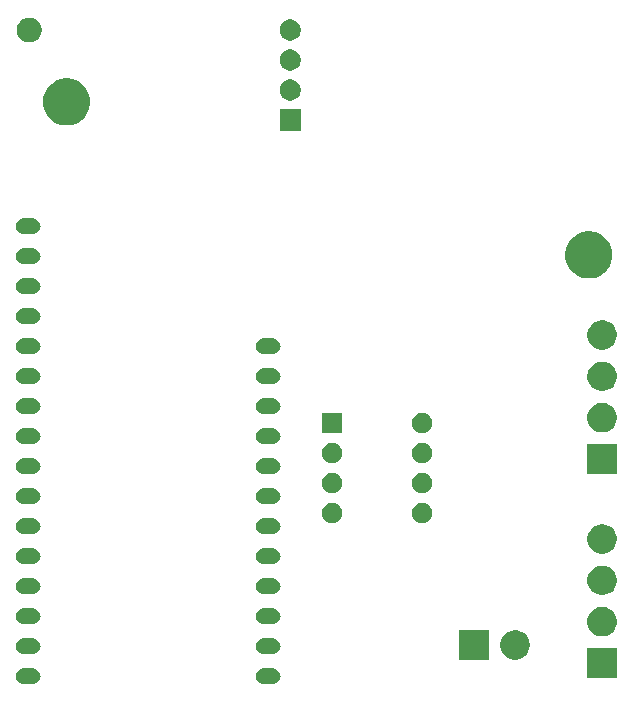
<source format=gbr>
G04 #@! TF.GenerationSoftware,KiCad,Pcbnew,(5.1.5-0-10_14)*
G04 #@! TF.CreationDate,2020-06-30T17:37:43-04:00*
G04 #@! TF.ProjectId,Pinky,50696e6b-792e-46b6-9963-61645f706362,rev?*
G04 #@! TF.SameCoordinates,Original*
G04 #@! TF.FileFunction,Soldermask,Bot*
G04 #@! TF.FilePolarity,Negative*
%FSLAX46Y46*%
G04 Gerber Fmt 4.6, Leading zero omitted, Abs format (unit mm)*
G04 Created by KiCad (PCBNEW (5.1.5-0-10_14)) date 2020-06-30 17:37:43*
%MOMM*%
%LPD*%
G04 APERTURE LIST*
%ADD10C,0.100000*%
G04 APERTURE END LIST*
D10*
G36*
X138043855Y-113996140D02*
G01*
X138107618Y-114002420D01*
X138198404Y-114029960D01*
X138230336Y-114039646D01*
X138343425Y-114100094D01*
X138442554Y-114181446D01*
X138523906Y-114280575D01*
X138584354Y-114393664D01*
X138584355Y-114393668D01*
X138621580Y-114516382D01*
X138634149Y-114644000D01*
X138621580Y-114771618D01*
X138616307Y-114789000D01*
X138584354Y-114894336D01*
X138523906Y-115007425D01*
X138442554Y-115106554D01*
X138343425Y-115187906D01*
X138230336Y-115248354D01*
X138198404Y-115258040D01*
X138107618Y-115285580D01*
X138043855Y-115291860D01*
X138011974Y-115295000D01*
X137148026Y-115295000D01*
X137116145Y-115291860D01*
X137052382Y-115285580D01*
X136961596Y-115258040D01*
X136929664Y-115248354D01*
X136816575Y-115187906D01*
X136717446Y-115106554D01*
X136636094Y-115007425D01*
X136575646Y-114894336D01*
X136543693Y-114789000D01*
X136538420Y-114771618D01*
X136525851Y-114644000D01*
X136538420Y-114516382D01*
X136575645Y-114393668D01*
X136575646Y-114393664D01*
X136636094Y-114280575D01*
X136717446Y-114181446D01*
X136816575Y-114100094D01*
X136929664Y-114039646D01*
X136961596Y-114029960D01*
X137052382Y-114002420D01*
X137116145Y-113996140D01*
X137148026Y-113993000D01*
X138011974Y-113993000D01*
X138043855Y-113996140D01*
G37*
G36*
X117723855Y-113996140D02*
G01*
X117787618Y-114002420D01*
X117878404Y-114029960D01*
X117910336Y-114039646D01*
X118023425Y-114100094D01*
X118122554Y-114181446D01*
X118203906Y-114280575D01*
X118264354Y-114393664D01*
X118264355Y-114393668D01*
X118301580Y-114516382D01*
X118314149Y-114644000D01*
X118301580Y-114771618D01*
X118296307Y-114789000D01*
X118264354Y-114894336D01*
X118203906Y-115007425D01*
X118122554Y-115106554D01*
X118023425Y-115187906D01*
X117910336Y-115248354D01*
X117878404Y-115258040D01*
X117787618Y-115285580D01*
X117723855Y-115291860D01*
X117691974Y-115295000D01*
X116828026Y-115295000D01*
X116796145Y-115291860D01*
X116732382Y-115285580D01*
X116641596Y-115258040D01*
X116609664Y-115248354D01*
X116496575Y-115187906D01*
X116397446Y-115106554D01*
X116316094Y-115007425D01*
X116255646Y-114894336D01*
X116223693Y-114789000D01*
X116218420Y-114771618D01*
X116205851Y-114644000D01*
X116218420Y-114516382D01*
X116255645Y-114393668D01*
X116255646Y-114393664D01*
X116316094Y-114280575D01*
X116397446Y-114181446D01*
X116496575Y-114100094D01*
X116609664Y-114039646D01*
X116641596Y-114029960D01*
X116732382Y-114002420D01*
X116796145Y-113996140D01*
X116828026Y-113993000D01*
X117691974Y-113993000D01*
X117723855Y-113996140D01*
G37*
G36*
X167113000Y-114789000D02*
G01*
X164611000Y-114789000D01*
X164611000Y-112287000D01*
X167113000Y-112287000D01*
X167113000Y-114789000D01*
G37*
G36*
X156247000Y-113265000D02*
G01*
X153745000Y-113265000D01*
X153745000Y-110763000D01*
X156247000Y-110763000D01*
X156247000Y-113265000D01*
G37*
G36*
X158860903Y-110811075D02*
G01*
X159088571Y-110905378D01*
X159293466Y-111042285D01*
X159467715Y-111216534D01*
X159516135Y-111289000D01*
X159604623Y-111421431D01*
X159662059Y-111560094D01*
X159698925Y-111649097D01*
X159747000Y-111890787D01*
X159747000Y-112137213D01*
X159698925Y-112378903D01*
X159604622Y-112606571D01*
X159467715Y-112811466D01*
X159293466Y-112985715D01*
X159088571Y-113122622D01*
X159088570Y-113122623D01*
X159088569Y-113122623D01*
X158860903Y-113216925D01*
X158619214Y-113265000D01*
X158372786Y-113265000D01*
X158131097Y-113216925D01*
X157903431Y-113122623D01*
X157903430Y-113122623D01*
X157903429Y-113122622D01*
X157698534Y-112985715D01*
X157524285Y-112811466D01*
X157387378Y-112606571D01*
X157293075Y-112378903D01*
X157245000Y-112137213D01*
X157245000Y-111890787D01*
X157293075Y-111649097D01*
X157329941Y-111560094D01*
X157387377Y-111421431D01*
X157475865Y-111289000D01*
X157524285Y-111216534D01*
X157698534Y-111042285D01*
X157903429Y-110905378D01*
X158131097Y-110811075D01*
X158372786Y-110763000D01*
X158619214Y-110763000D01*
X158860903Y-110811075D01*
G37*
G36*
X138043855Y-111456140D02*
G01*
X138107618Y-111462420D01*
X138198404Y-111489960D01*
X138230336Y-111499646D01*
X138343425Y-111560094D01*
X138442554Y-111641446D01*
X138523906Y-111740575D01*
X138584354Y-111853664D01*
X138584355Y-111853668D01*
X138621580Y-111976382D01*
X138634149Y-112104000D01*
X138621580Y-112231618D01*
X138604780Y-112287000D01*
X138584354Y-112354336D01*
X138523906Y-112467425D01*
X138442554Y-112566554D01*
X138343425Y-112647906D01*
X138230336Y-112708354D01*
X138198404Y-112718040D01*
X138107618Y-112745580D01*
X138043855Y-112751860D01*
X138011974Y-112755000D01*
X137148026Y-112755000D01*
X137116145Y-112751860D01*
X137052382Y-112745580D01*
X136961596Y-112718040D01*
X136929664Y-112708354D01*
X136816575Y-112647906D01*
X136717446Y-112566554D01*
X136636094Y-112467425D01*
X136575646Y-112354336D01*
X136555220Y-112287000D01*
X136538420Y-112231618D01*
X136525851Y-112104000D01*
X136538420Y-111976382D01*
X136575645Y-111853668D01*
X136575646Y-111853664D01*
X136636094Y-111740575D01*
X136717446Y-111641446D01*
X136816575Y-111560094D01*
X136929664Y-111499646D01*
X136961596Y-111489960D01*
X137052382Y-111462420D01*
X137116145Y-111456140D01*
X137148026Y-111453000D01*
X138011974Y-111453000D01*
X138043855Y-111456140D01*
G37*
G36*
X117723855Y-111456140D02*
G01*
X117787618Y-111462420D01*
X117878404Y-111489960D01*
X117910336Y-111499646D01*
X118023425Y-111560094D01*
X118122554Y-111641446D01*
X118203906Y-111740575D01*
X118264354Y-111853664D01*
X118264355Y-111853668D01*
X118301580Y-111976382D01*
X118314149Y-112104000D01*
X118301580Y-112231618D01*
X118284780Y-112287000D01*
X118264354Y-112354336D01*
X118203906Y-112467425D01*
X118122554Y-112566554D01*
X118023425Y-112647906D01*
X117910336Y-112708354D01*
X117878404Y-112718040D01*
X117787618Y-112745580D01*
X117723855Y-112751860D01*
X117691974Y-112755000D01*
X116828026Y-112755000D01*
X116796145Y-112751860D01*
X116732382Y-112745580D01*
X116641596Y-112718040D01*
X116609664Y-112708354D01*
X116496575Y-112647906D01*
X116397446Y-112566554D01*
X116316094Y-112467425D01*
X116255646Y-112354336D01*
X116235220Y-112287000D01*
X116218420Y-112231618D01*
X116205851Y-112104000D01*
X116218420Y-111976382D01*
X116255645Y-111853668D01*
X116255646Y-111853664D01*
X116316094Y-111740575D01*
X116397446Y-111641446D01*
X116496575Y-111560094D01*
X116609664Y-111499646D01*
X116641596Y-111489960D01*
X116732382Y-111462420D01*
X116796145Y-111456140D01*
X116828026Y-111453000D01*
X117691974Y-111453000D01*
X117723855Y-111456140D01*
G37*
G36*
X166226903Y-108835075D02*
G01*
X166454571Y-108929378D01*
X166659466Y-109066285D01*
X166833715Y-109240534D01*
X166964577Y-109436382D01*
X166970623Y-109445431D01*
X167064925Y-109673097D01*
X167113000Y-109914786D01*
X167113000Y-110161214D01*
X167104175Y-110205580D01*
X167064925Y-110402903D01*
X166970622Y-110630571D01*
X166833715Y-110835466D01*
X166659466Y-111009715D01*
X166454571Y-111146622D01*
X166454570Y-111146623D01*
X166454569Y-111146623D01*
X166226903Y-111240925D01*
X165985214Y-111289000D01*
X165738786Y-111289000D01*
X165497097Y-111240925D01*
X165269431Y-111146623D01*
X165269430Y-111146623D01*
X165269429Y-111146622D01*
X165064534Y-111009715D01*
X164890285Y-110835466D01*
X164753378Y-110630571D01*
X164659075Y-110402903D01*
X164619825Y-110205580D01*
X164611000Y-110161214D01*
X164611000Y-109914786D01*
X164659075Y-109673097D01*
X164753377Y-109445431D01*
X164759423Y-109436382D01*
X164890285Y-109240534D01*
X165064534Y-109066285D01*
X165269429Y-108929378D01*
X165497097Y-108835075D01*
X165738786Y-108787000D01*
X165985214Y-108787000D01*
X166226903Y-108835075D01*
G37*
G36*
X138043855Y-108916140D02*
G01*
X138107618Y-108922420D01*
X138198404Y-108949960D01*
X138230336Y-108959646D01*
X138343425Y-109020094D01*
X138442554Y-109101446D01*
X138523906Y-109200575D01*
X138584354Y-109313664D01*
X138584355Y-109313668D01*
X138621580Y-109436382D01*
X138634149Y-109564000D01*
X138621580Y-109691618D01*
X138594040Y-109782404D01*
X138584354Y-109814336D01*
X138523906Y-109927425D01*
X138442554Y-110026554D01*
X138343425Y-110107906D01*
X138230336Y-110168354D01*
X138198404Y-110178040D01*
X138107618Y-110205580D01*
X138043855Y-110211860D01*
X138011974Y-110215000D01*
X137148026Y-110215000D01*
X137116145Y-110211860D01*
X137052382Y-110205580D01*
X136961596Y-110178040D01*
X136929664Y-110168354D01*
X136816575Y-110107906D01*
X136717446Y-110026554D01*
X136636094Y-109927425D01*
X136575646Y-109814336D01*
X136565960Y-109782404D01*
X136538420Y-109691618D01*
X136525851Y-109564000D01*
X136538420Y-109436382D01*
X136575645Y-109313668D01*
X136575646Y-109313664D01*
X136636094Y-109200575D01*
X136717446Y-109101446D01*
X136816575Y-109020094D01*
X136929664Y-108959646D01*
X136961596Y-108949960D01*
X137052382Y-108922420D01*
X137116145Y-108916140D01*
X137148026Y-108913000D01*
X138011974Y-108913000D01*
X138043855Y-108916140D01*
G37*
G36*
X117723855Y-108916140D02*
G01*
X117787618Y-108922420D01*
X117878404Y-108949960D01*
X117910336Y-108959646D01*
X118023425Y-109020094D01*
X118122554Y-109101446D01*
X118203906Y-109200575D01*
X118264354Y-109313664D01*
X118264355Y-109313668D01*
X118301580Y-109436382D01*
X118314149Y-109564000D01*
X118301580Y-109691618D01*
X118274040Y-109782404D01*
X118264354Y-109814336D01*
X118203906Y-109927425D01*
X118122554Y-110026554D01*
X118023425Y-110107906D01*
X117910336Y-110168354D01*
X117878404Y-110178040D01*
X117787618Y-110205580D01*
X117723855Y-110211860D01*
X117691974Y-110215000D01*
X116828026Y-110215000D01*
X116796145Y-110211860D01*
X116732382Y-110205580D01*
X116641596Y-110178040D01*
X116609664Y-110168354D01*
X116496575Y-110107906D01*
X116397446Y-110026554D01*
X116316094Y-109927425D01*
X116255646Y-109814336D01*
X116245960Y-109782404D01*
X116218420Y-109691618D01*
X116205851Y-109564000D01*
X116218420Y-109436382D01*
X116255645Y-109313668D01*
X116255646Y-109313664D01*
X116316094Y-109200575D01*
X116397446Y-109101446D01*
X116496575Y-109020094D01*
X116609664Y-108959646D01*
X116641596Y-108949960D01*
X116732382Y-108922420D01*
X116796145Y-108916140D01*
X116828026Y-108913000D01*
X117691974Y-108913000D01*
X117723855Y-108916140D01*
G37*
G36*
X166226903Y-105335075D02*
G01*
X166454571Y-105429378D01*
X166659466Y-105566285D01*
X166833715Y-105740534D01*
X166970622Y-105945429D01*
X167064925Y-106173097D01*
X167113000Y-106414787D01*
X167113000Y-106661213D01*
X167064925Y-106902903D01*
X166970622Y-107130571D01*
X166833715Y-107335466D01*
X166659466Y-107509715D01*
X166454571Y-107646622D01*
X166454570Y-107646623D01*
X166454569Y-107646623D01*
X166226903Y-107740925D01*
X165985214Y-107789000D01*
X165738786Y-107789000D01*
X165497097Y-107740925D01*
X165269431Y-107646623D01*
X165269430Y-107646623D01*
X165269429Y-107646622D01*
X165064534Y-107509715D01*
X164890285Y-107335466D01*
X164753378Y-107130571D01*
X164659075Y-106902903D01*
X164611000Y-106661213D01*
X164611000Y-106414787D01*
X164659075Y-106173097D01*
X164753378Y-105945429D01*
X164890285Y-105740534D01*
X165064534Y-105566285D01*
X165269429Y-105429378D01*
X165497097Y-105335075D01*
X165738786Y-105287000D01*
X165985214Y-105287000D01*
X166226903Y-105335075D01*
G37*
G36*
X138043855Y-106376140D02*
G01*
X138107618Y-106382420D01*
X138198404Y-106409960D01*
X138230336Y-106419646D01*
X138343425Y-106480094D01*
X138442554Y-106561446D01*
X138523906Y-106660575D01*
X138584354Y-106773664D01*
X138584355Y-106773668D01*
X138621580Y-106896382D01*
X138634149Y-107024000D01*
X138621580Y-107151618D01*
X138594040Y-107242404D01*
X138584354Y-107274336D01*
X138523906Y-107387425D01*
X138442554Y-107486554D01*
X138343425Y-107567906D01*
X138230336Y-107628354D01*
X138198404Y-107638040D01*
X138107618Y-107665580D01*
X138043855Y-107671860D01*
X138011974Y-107675000D01*
X137148026Y-107675000D01*
X137116145Y-107671860D01*
X137052382Y-107665580D01*
X136961596Y-107638040D01*
X136929664Y-107628354D01*
X136816575Y-107567906D01*
X136717446Y-107486554D01*
X136636094Y-107387425D01*
X136575646Y-107274336D01*
X136565960Y-107242404D01*
X136538420Y-107151618D01*
X136525851Y-107024000D01*
X136538420Y-106896382D01*
X136575645Y-106773668D01*
X136575646Y-106773664D01*
X136636094Y-106660575D01*
X136717446Y-106561446D01*
X136816575Y-106480094D01*
X136929664Y-106419646D01*
X136961596Y-106409960D01*
X137052382Y-106382420D01*
X137116145Y-106376140D01*
X137148026Y-106373000D01*
X138011974Y-106373000D01*
X138043855Y-106376140D01*
G37*
G36*
X117723855Y-106376140D02*
G01*
X117787618Y-106382420D01*
X117878404Y-106409960D01*
X117910336Y-106419646D01*
X118023425Y-106480094D01*
X118122554Y-106561446D01*
X118203906Y-106660575D01*
X118264354Y-106773664D01*
X118264355Y-106773668D01*
X118301580Y-106896382D01*
X118314149Y-107024000D01*
X118301580Y-107151618D01*
X118274040Y-107242404D01*
X118264354Y-107274336D01*
X118203906Y-107387425D01*
X118122554Y-107486554D01*
X118023425Y-107567906D01*
X117910336Y-107628354D01*
X117878404Y-107638040D01*
X117787618Y-107665580D01*
X117723855Y-107671860D01*
X117691974Y-107675000D01*
X116828026Y-107675000D01*
X116796145Y-107671860D01*
X116732382Y-107665580D01*
X116641596Y-107638040D01*
X116609664Y-107628354D01*
X116496575Y-107567906D01*
X116397446Y-107486554D01*
X116316094Y-107387425D01*
X116255646Y-107274336D01*
X116245960Y-107242404D01*
X116218420Y-107151618D01*
X116205851Y-107024000D01*
X116218420Y-106896382D01*
X116255645Y-106773668D01*
X116255646Y-106773664D01*
X116316094Y-106660575D01*
X116397446Y-106561446D01*
X116496575Y-106480094D01*
X116609664Y-106419646D01*
X116641596Y-106409960D01*
X116732382Y-106382420D01*
X116796145Y-106376140D01*
X116828026Y-106373000D01*
X117691974Y-106373000D01*
X117723855Y-106376140D01*
G37*
G36*
X138036991Y-103835464D02*
G01*
X138107618Y-103842420D01*
X138198404Y-103869960D01*
X138230336Y-103879646D01*
X138343425Y-103940094D01*
X138442554Y-104021446D01*
X138523906Y-104120575D01*
X138584354Y-104233664D01*
X138594040Y-104265596D01*
X138621580Y-104356382D01*
X138634149Y-104484000D01*
X138621580Y-104611618D01*
X138594040Y-104702404D01*
X138584354Y-104734336D01*
X138523906Y-104847425D01*
X138442554Y-104946554D01*
X138343425Y-105027906D01*
X138230336Y-105088354D01*
X138198404Y-105098040D01*
X138107618Y-105125580D01*
X138043855Y-105131860D01*
X138011974Y-105135000D01*
X137148026Y-105135000D01*
X137116145Y-105131860D01*
X137052382Y-105125580D01*
X136961596Y-105098040D01*
X136929664Y-105088354D01*
X136816575Y-105027906D01*
X136717446Y-104946554D01*
X136636094Y-104847425D01*
X136575646Y-104734336D01*
X136565960Y-104702404D01*
X136538420Y-104611618D01*
X136525851Y-104484000D01*
X136538420Y-104356382D01*
X136565960Y-104265596D01*
X136575646Y-104233664D01*
X136636094Y-104120575D01*
X136717446Y-104021446D01*
X136816575Y-103940094D01*
X136929664Y-103879646D01*
X136961596Y-103869960D01*
X137052382Y-103842420D01*
X137123009Y-103835464D01*
X137148026Y-103833000D01*
X138011974Y-103833000D01*
X138036991Y-103835464D01*
G37*
G36*
X117716991Y-103835464D02*
G01*
X117787618Y-103842420D01*
X117878404Y-103869960D01*
X117910336Y-103879646D01*
X118023425Y-103940094D01*
X118122554Y-104021446D01*
X118203906Y-104120575D01*
X118264354Y-104233664D01*
X118274040Y-104265596D01*
X118301580Y-104356382D01*
X118314149Y-104484000D01*
X118301580Y-104611618D01*
X118274040Y-104702404D01*
X118264354Y-104734336D01*
X118203906Y-104847425D01*
X118122554Y-104946554D01*
X118023425Y-105027906D01*
X117910336Y-105088354D01*
X117878404Y-105098040D01*
X117787618Y-105125580D01*
X117723855Y-105131860D01*
X117691974Y-105135000D01*
X116828026Y-105135000D01*
X116796145Y-105131860D01*
X116732382Y-105125580D01*
X116641596Y-105098040D01*
X116609664Y-105088354D01*
X116496575Y-105027906D01*
X116397446Y-104946554D01*
X116316094Y-104847425D01*
X116255646Y-104734336D01*
X116245960Y-104702404D01*
X116218420Y-104611618D01*
X116205851Y-104484000D01*
X116218420Y-104356382D01*
X116245960Y-104265596D01*
X116255646Y-104233664D01*
X116316094Y-104120575D01*
X116397446Y-104021446D01*
X116496575Y-103940094D01*
X116609664Y-103879646D01*
X116641596Y-103869960D01*
X116732382Y-103842420D01*
X116803009Y-103835464D01*
X116828026Y-103833000D01*
X117691974Y-103833000D01*
X117716991Y-103835464D01*
G37*
G36*
X166132927Y-101816382D02*
G01*
X166226903Y-101835075D01*
X166454571Y-101929378D01*
X166659466Y-102066285D01*
X166833715Y-102240534D01*
X166970622Y-102445429D01*
X167064925Y-102673097D01*
X167113000Y-102914787D01*
X167113000Y-103161213D01*
X167064925Y-103402903D01*
X166970622Y-103630571D01*
X166833715Y-103835466D01*
X166659466Y-104009715D01*
X166454571Y-104146622D01*
X166454570Y-104146623D01*
X166454569Y-104146623D01*
X166226903Y-104240925D01*
X165985214Y-104289000D01*
X165738786Y-104289000D01*
X165497097Y-104240925D01*
X165269431Y-104146623D01*
X165269430Y-104146623D01*
X165269429Y-104146622D01*
X165064534Y-104009715D01*
X164890285Y-103835466D01*
X164753378Y-103630571D01*
X164659075Y-103402903D01*
X164611000Y-103161213D01*
X164611000Y-102914787D01*
X164659075Y-102673097D01*
X164753378Y-102445429D01*
X164890285Y-102240534D01*
X165064534Y-102066285D01*
X165269429Y-101929378D01*
X165497097Y-101835075D01*
X165591073Y-101816382D01*
X165738786Y-101787000D01*
X165985214Y-101787000D01*
X166132927Y-101816382D01*
G37*
G36*
X117723855Y-101296140D02*
G01*
X117787618Y-101302420D01*
X117878404Y-101329960D01*
X117910336Y-101339646D01*
X118023425Y-101400094D01*
X118122554Y-101481446D01*
X118203906Y-101580575D01*
X118264354Y-101693664D01*
X118264355Y-101693668D01*
X118301580Y-101816382D01*
X118314149Y-101944000D01*
X118301580Y-102071618D01*
X118274040Y-102162404D01*
X118264354Y-102194336D01*
X118203906Y-102307425D01*
X118122554Y-102406554D01*
X118023425Y-102487906D01*
X117910336Y-102548354D01*
X117878404Y-102558040D01*
X117787618Y-102585580D01*
X117723855Y-102591860D01*
X117691974Y-102595000D01*
X116828026Y-102595000D01*
X116796145Y-102591860D01*
X116732382Y-102585580D01*
X116641596Y-102558040D01*
X116609664Y-102548354D01*
X116496575Y-102487906D01*
X116397446Y-102406554D01*
X116316094Y-102307425D01*
X116255646Y-102194336D01*
X116245960Y-102162404D01*
X116218420Y-102071618D01*
X116205851Y-101944000D01*
X116218420Y-101816382D01*
X116255645Y-101693668D01*
X116255646Y-101693664D01*
X116316094Y-101580575D01*
X116397446Y-101481446D01*
X116496575Y-101400094D01*
X116609664Y-101339646D01*
X116641596Y-101329960D01*
X116732382Y-101302420D01*
X116796145Y-101296140D01*
X116828026Y-101293000D01*
X117691974Y-101293000D01*
X117723855Y-101296140D01*
G37*
G36*
X138043855Y-101296140D02*
G01*
X138107618Y-101302420D01*
X138198404Y-101329960D01*
X138230336Y-101339646D01*
X138343425Y-101400094D01*
X138442554Y-101481446D01*
X138523906Y-101580575D01*
X138584354Y-101693664D01*
X138584355Y-101693668D01*
X138621580Y-101816382D01*
X138634149Y-101944000D01*
X138621580Y-102071618D01*
X138594040Y-102162404D01*
X138584354Y-102194336D01*
X138523906Y-102307425D01*
X138442554Y-102406554D01*
X138343425Y-102487906D01*
X138230336Y-102548354D01*
X138198404Y-102558040D01*
X138107618Y-102585580D01*
X138043855Y-102591860D01*
X138011974Y-102595000D01*
X137148026Y-102595000D01*
X137116145Y-102591860D01*
X137052382Y-102585580D01*
X136961596Y-102558040D01*
X136929664Y-102548354D01*
X136816575Y-102487906D01*
X136717446Y-102406554D01*
X136636094Y-102307425D01*
X136575646Y-102194336D01*
X136565960Y-102162404D01*
X136538420Y-102071618D01*
X136525851Y-101944000D01*
X136538420Y-101816382D01*
X136575645Y-101693668D01*
X136575646Y-101693664D01*
X136636094Y-101580575D01*
X136717446Y-101481446D01*
X136816575Y-101400094D01*
X136929664Y-101339646D01*
X136961596Y-101329960D01*
X137052382Y-101302420D01*
X137116145Y-101296140D01*
X137148026Y-101293000D01*
X138011974Y-101293000D01*
X138043855Y-101296140D01*
G37*
G36*
X150870228Y-100019703D02*
G01*
X151025100Y-100083853D01*
X151164481Y-100176985D01*
X151283015Y-100295519D01*
X151376147Y-100434900D01*
X151440297Y-100589772D01*
X151473000Y-100754184D01*
X151473000Y-100921816D01*
X151440297Y-101086228D01*
X151376147Y-101241100D01*
X151283015Y-101380481D01*
X151164481Y-101499015D01*
X151025100Y-101592147D01*
X150870228Y-101656297D01*
X150705816Y-101689000D01*
X150538184Y-101689000D01*
X150373772Y-101656297D01*
X150218900Y-101592147D01*
X150079519Y-101499015D01*
X149960985Y-101380481D01*
X149867853Y-101241100D01*
X149803703Y-101086228D01*
X149771000Y-100921816D01*
X149771000Y-100754184D01*
X149803703Y-100589772D01*
X149867853Y-100434900D01*
X149960985Y-100295519D01*
X150079519Y-100176985D01*
X150218900Y-100083853D01*
X150373772Y-100019703D01*
X150538184Y-99987000D01*
X150705816Y-99987000D01*
X150870228Y-100019703D01*
G37*
G36*
X143250228Y-100019703D02*
G01*
X143405100Y-100083853D01*
X143544481Y-100176985D01*
X143663015Y-100295519D01*
X143756147Y-100434900D01*
X143820297Y-100589772D01*
X143853000Y-100754184D01*
X143853000Y-100921816D01*
X143820297Y-101086228D01*
X143756147Y-101241100D01*
X143663015Y-101380481D01*
X143544481Y-101499015D01*
X143405100Y-101592147D01*
X143250228Y-101656297D01*
X143085816Y-101689000D01*
X142918184Y-101689000D01*
X142753772Y-101656297D01*
X142598900Y-101592147D01*
X142459519Y-101499015D01*
X142340985Y-101380481D01*
X142247853Y-101241100D01*
X142183703Y-101086228D01*
X142151000Y-100921816D01*
X142151000Y-100754184D01*
X142183703Y-100589772D01*
X142247853Y-100434900D01*
X142340985Y-100295519D01*
X142459519Y-100176985D01*
X142598900Y-100083853D01*
X142753772Y-100019703D01*
X142918184Y-99987000D01*
X143085816Y-99987000D01*
X143250228Y-100019703D01*
G37*
G36*
X117723855Y-98756140D02*
G01*
X117787618Y-98762420D01*
X117878404Y-98789960D01*
X117910336Y-98799646D01*
X118023425Y-98860094D01*
X118122554Y-98941446D01*
X118203906Y-99040575D01*
X118264354Y-99153664D01*
X118264355Y-99153668D01*
X118301580Y-99276382D01*
X118314149Y-99404000D01*
X118301580Y-99531618D01*
X118274040Y-99622404D01*
X118264354Y-99654336D01*
X118203906Y-99767425D01*
X118122554Y-99866554D01*
X118023425Y-99947906D01*
X117910336Y-100008354D01*
X117878404Y-100018040D01*
X117787618Y-100045580D01*
X117723855Y-100051860D01*
X117691974Y-100055000D01*
X116828026Y-100055000D01*
X116796145Y-100051860D01*
X116732382Y-100045580D01*
X116641596Y-100018040D01*
X116609664Y-100008354D01*
X116496575Y-99947906D01*
X116397446Y-99866554D01*
X116316094Y-99767425D01*
X116255646Y-99654336D01*
X116245960Y-99622404D01*
X116218420Y-99531618D01*
X116205851Y-99404000D01*
X116218420Y-99276382D01*
X116255645Y-99153668D01*
X116255646Y-99153664D01*
X116316094Y-99040575D01*
X116397446Y-98941446D01*
X116496575Y-98860094D01*
X116609664Y-98799646D01*
X116641596Y-98789960D01*
X116732382Y-98762420D01*
X116796145Y-98756140D01*
X116828026Y-98753000D01*
X117691974Y-98753000D01*
X117723855Y-98756140D01*
G37*
G36*
X138043855Y-98756140D02*
G01*
X138107618Y-98762420D01*
X138198404Y-98789960D01*
X138230336Y-98799646D01*
X138343425Y-98860094D01*
X138442554Y-98941446D01*
X138523906Y-99040575D01*
X138584354Y-99153664D01*
X138584355Y-99153668D01*
X138621580Y-99276382D01*
X138634149Y-99404000D01*
X138621580Y-99531618D01*
X138594040Y-99622404D01*
X138584354Y-99654336D01*
X138523906Y-99767425D01*
X138442554Y-99866554D01*
X138343425Y-99947906D01*
X138230336Y-100008354D01*
X138198404Y-100018040D01*
X138107618Y-100045580D01*
X138043855Y-100051860D01*
X138011974Y-100055000D01*
X137148026Y-100055000D01*
X137116145Y-100051860D01*
X137052382Y-100045580D01*
X136961596Y-100018040D01*
X136929664Y-100008354D01*
X136816575Y-99947906D01*
X136717446Y-99866554D01*
X136636094Y-99767425D01*
X136575646Y-99654336D01*
X136565960Y-99622404D01*
X136538420Y-99531618D01*
X136525851Y-99404000D01*
X136538420Y-99276382D01*
X136575645Y-99153668D01*
X136575646Y-99153664D01*
X136636094Y-99040575D01*
X136717446Y-98941446D01*
X136816575Y-98860094D01*
X136929664Y-98799646D01*
X136961596Y-98789960D01*
X137052382Y-98762420D01*
X137116145Y-98756140D01*
X137148026Y-98753000D01*
X138011974Y-98753000D01*
X138043855Y-98756140D01*
G37*
G36*
X143250228Y-97479703D02*
G01*
X143405100Y-97543853D01*
X143544481Y-97636985D01*
X143663015Y-97755519D01*
X143756147Y-97894900D01*
X143820297Y-98049772D01*
X143853000Y-98214184D01*
X143853000Y-98381816D01*
X143820297Y-98546228D01*
X143756147Y-98701100D01*
X143663015Y-98840481D01*
X143544481Y-98959015D01*
X143405100Y-99052147D01*
X143250228Y-99116297D01*
X143085816Y-99149000D01*
X142918184Y-99149000D01*
X142753772Y-99116297D01*
X142598900Y-99052147D01*
X142459519Y-98959015D01*
X142340985Y-98840481D01*
X142247853Y-98701100D01*
X142183703Y-98546228D01*
X142151000Y-98381816D01*
X142151000Y-98214184D01*
X142183703Y-98049772D01*
X142247853Y-97894900D01*
X142340985Y-97755519D01*
X142459519Y-97636985D01*
X142598900Y-97543853D01*
X142753772Y-97479703D01*
X142918184Y-97447000D01*
X143085816Y-97447000D01*
X143250228Y-97479703D01*
G37*
G36*
X150870228Y-97479703D02*
G01*
X151025100Y-97543853D01*
X151164481Y-97636985D01*
X151283015Y-97755519D01*
X151376147Y-97894900D01*
X151440297Y-98049772D01*
X151473000Y-98214184D01*
X151473000Y-98381816D01*
X151440297Y-98546228D01*
X151376147Y-98701100D01*
X151283015Y-98840481D01*
X151164481Y-98959015D01*
X151025100Y-99052147D01*
X150870228Y-99116297D01*
X150705816Y-99149000D01*
X150538184Y-99149000D01*
X150373772Y-99116297D01*
X150218900Y-99052147D01*
X150079519Y-98959015D01*
X149960985Y-98840481D01*
X149867853Y-98701100D01*
X149803703Y-98546228D01*
X149771000Y-98381816D01*
X149771000Y-98214184D01*
X149803703Y-98049772D01*
X149867853Y-97894900D01*
X149960985Y-97755519D01*
X150079519Y-97636985D01*
X150218900Y-97543853D01*
X150373772Y-97479703D01*
X150538184Y-97447000D01*
X150705816Y-97447000D01*
X150870228Y-97479703D01*
G37*
G36*
X167113000Y-97517000D02*
G01*
X164611000Y-97517000D01*
X164611000Y-95015000D01*
X167113000Y-95015000D01*
X167113000Y-97517000D01*
G37*
G36*
X138043855Y-96216140D02*
G01*
X138107618Y-96222420D01*
X138198404Y-96249960D01*
X138230336Y-96259646D01*
X138343425Y-96320094D01*
X138442554Y-96401446D01*
X138523906Y-96500575D01*
X138584354Y-96613664D01*
X138584355Y-96613668D01*
X138621580Y-96736382D01*
X138634149Y-96864000D01*
X138621580Y-96991618D01*
X138594040Y-97082404D01*
X138584354Y-97114336D01*
X138523906Y-97227425D01*
X138442554Y-97326554D01*
X138343425Y-97407906D01*
X138230336Y-97468354D01*
X138198404Y-97478040D01*
X138107618Y-97505580D01*
X138043855Y-97511860D01*
X138011974Y-97515000D01*
X137148026Y-97515000D01*
X137116145Y-97511860D01*
X137052382Y-97505580D01*
X136961596Y-97478040D01*
X136929664Y-97468354D01*
X136816575Y-97407906D01*
X136717446Y-97326554D01*
X136636094Y-97227425D01*
X136575646Y-97114336D01*
X136565960Y-97082404D01*
X136538420Y-96991618D01*
X136525851Y-96864000D01*
X136538420Y-96736382D01*
X136575645Y-96613668D01*
X136575646Y-96613664D01*
X136636094Y-96500575D01*
X136717446Y-96401446D01*
X136816575Y-96320094D01*
X136929664Y-96259646D01*
X136961596Y-96249960D01*
X137052382Y-96222420D01*
X137116145Y-96216140D01*
X137148026Y-96213000D01*
X138011974Y-96213000D01*
X138043855Y-96216140D01*
G37*
G36*
X117723855Y-96216140D02*
G01*
X117787618Y-96222420D01*
X117878404Y-96249960D01*
X117910336Y-96259646D01*
X118023425Y-96320094D01*
X118122554Y-96401446D01*
X118203906Y-96500575D01*
X118264354Y-96613664D01*
X118264355Y-96613668D01*
X118301580Y-96736382D01*
X118314149Y-96864000D01*
X118301580Y-96991618D01*
X118274040Y-97082404D01*
X118264354Y-97114336D01*
X118203906Y-97227425D01*
X118122554Y-97326554D01*
X118023425Y-97407906D01*
X117910336Y-97468354D01*
X117878404Y-97478040D01*
X117787618Y-97505580D01*
X117723855Y-97511860D01*
X117691974Y-97515000D01*
X116828026Y-97515000D01*
X116796145Y-97511860D01*
X116732382Y-97505580D01*
X116641596Y-97478040D01*
X116609664Y-97468354D01*
X116496575Y-97407906D01*
X116397446Y-97326554D01*
X116316094Y-97227425D01*
X116255646Y-97114336D01*
X116245960Y-97082404D01*
X116218420Y-96991618D01*
X116205851Y-96864000D01*
X116218420Y-96736382D01*
X116255645Y-96613668D01*
X116255646Y-96613664D01*
X116316094Y-96500575D01*
X116397446Y-96401446D01*
X116496575Y-96320094D01*
X116609664Y-96259646D01*
X116641596Y-96249960D01*
X116732382Y-96222420D01*
X116796145Y-96216140D01*
X116828026Y-96213000D01*
X117691974Y-96213000D01*
X117723855Y-96216140D01*
G37*
G36*
X150870228Y-94939703D02*
G01*
X151025100Y-95003853D01*
X151164481Y-95096985D01*
X151283015Y-95215519D01*
X151376147Y-95354900D01*
X151440297Y-95509772D01*
X151473000Y-95674184D01*
X151473000Y-95841816D01*
X151440297Y-96006228D01*
X151376147Y-96161100D01*
X151283015Y-96300481D01*
X151164481Y-96419015D01*
X151025100Y-96512147D01*
X150870228Y-96576297D01*
X150705816Y-96609000D01*
X150538184Y-96609000D01*
X150373772Y-96576297D01*
X150218900Y-96512147D01*
X150079519Y-96419015D01*
X149960985Y-96300481D01*
X149867853Y-96161100D01*
X149803703Y-96006228D01*
X149771000Y-95841816D01*
X149771000Y-95674184D01*
X149803703Y-95509772D01*
X149867853Y-95354900D01*
X149960985Y-95215519D01*
X150079519Y-95096985D01*
X150218900Y-95003853D01*
X150373772Y-94939703D01*
X150538184Y-94907000D01*
X150705816Y-94907000D01*
X150870228Y-94939703D01*
G37*
G36*
X143250228Y-94939703D02*
G01*
X143405100Y-95003853D01*
X143544481Y-95096985D01*
X143663015Y-95215519D01*
X143756147Y-95354900D01*
X143820297Y-95509772D01*
X143853000Y-95674184D01*
X143853000Y-95841816D01*
X143820297Y-96006228D01*
X143756147Y-96161100D01*
X143663015Y-96300481D01*
X143544481Y-96419015D01*
X143405100Y-96512147D01*
X143250228Y-96576297D01*
X143085816Y-96609000D01*
X142918184Y-96609000D01*
X142753772Y-96576297D01*
X142598900Y-96512147D01*
X142459519Y-96419015D01*
X142340985Y-96300481D01*
X142247853Y-96161100D01*
X142183703Y-96006228D01*
X142151000Y-95841816D01*
X142151000Y-95674184D01*
X142183703Y-95509772D01*
X142247853Y-95354900D01*
X142340985Y-95215519D01*
X142459519Y-95096985D01*
X142598900Y-95003853D01*
X142753772Y-94939703D01*
X142918184Y-94907000D01*
X143085816Y-94907000D01*
X143250228Y-94939703D01*
G37*
G36*
X138043855Y-93676140D02*
G01*
X138107618Y-93682420D01*
X138198404Y-93709960D01*
X138230336Y-93719646D01*
X138343425Y-93780094D01*
X138442554Y-93861446D01*
X138523906Y-93960575D01*
X138584354Y-94073664D01*
X138584355Y-94073668D01*
X138621580Y-94196382D01*
X138634149Y-94324000D01*
X138621580Y-94451618D01*
X138594040Y-94542404D01*
X138584354Y-94574336D01*
X138523906Y-94687425D01*
X138442554Y-94786554D01*
X138343425Y-94867906D01*
X138230336Y-94928354D01*
X138198404Y-94938040D01*
X138107618Y-94965580D01*
X138043855Y-94971860D01*
X138011974Y-94975000D01*
X137148026Y-94975000D01*
X137116145Y-94971860D01*
X137052382Y-94965580D01*
X136961596Y-94938040D01*
X136929664Y-94928354D01*
X136816575Y-94867906D01*
X136717446Y-94786554D01*
X136636094Y-94687425D01*
X136575646Y-94574336D01*
X136565960Y-94542404D01*
X136538420Y-94451618D01*
X136525851Y-94324000D01*
X136538420Y-94196382D01*
X136575645Y-94073668D01*
X136575646Y-94073664D01*
X136636094Y-93960575D01*
X136717446Y-93861446D01*
X136816575Y-93780094D01*
X136929664Y-93719646D01*
X136961596Y-93709960D01*
X137052382Y-93682420D01*
X137116145Y-93676140D01*
X137148026Y-93673000D01*
X138011974Y-93673000D01*
X138043855Y-93676140D01*
G37*
G36*
X117723855Y-93676140D02*
G01*
X117787618Y-93682420D01*
X117878404Y-93709960D01*
X117910336Y-93719646D01*
X118023425Y-93780094D01*
X118122554Y-93861446D01*
X118203906Y-93960575D01*
X118264354Y-94073664D01*
X118264355Y-94073668D01*
X118301580Y-94196382D01*
X118314149Y-94324000D01*
X118301580Y-94451618D01*
X118274040Y-94542404D01*
X118264354Y-94574336D01*
X118203906Y-94687425D01*
X118122554Y-94786554D01*
X118023425Y-94867906D01*
X117910336Y-94928354D01*
X117878404Y-94938040D01*
X117787618Y-94965580D01*
X117723855Y-94971860D01*
X117691974Y-94975000D01*
X116828026Y-94975000D01*
X116796145Y-94971860D01*
X116732382Y-94965580D01*
X116641596Y-94938040D01*
X116609664Y-94928354D01*
X116496575Y-94867906D01*
X116397446Y-94786554D01*
X116316094Y-94687425D01*
X116255646Y-94574336D01*
X116245960Y-94542404D01*
X116218420Y-94451618D01*
X116205851Y-94324000D01*
X116218420Y-94196382D01*
X116255645Y-94073668D01*
X116255646Y-94073664D01*
X116316094Y-93960575D01*
X116397446Y-93861446D01*
X116496575Y-93780094D01*
X116609664Y-93719646D01*
X116641596Y-93709960D01*
X116732382Y-93682420D01*
X116796145Y-93676140D01*
X116828026Y-93673000D01*
X117691974Y-93673000D01*
X117723855Y-93676140D01*
G37*
G36*
X143853000Y-94069000D02*
G01*
X142151000Y-94069000D01*
X142151000Y-92367000D01*
X143853000Y-92367000D01*
X143853000Y-94069000D01*
G37*
G36*
X150870228Y-92399703D02*
G01*
X151025100Y-92463853D01*
X151164481Y-92556985D01*
X151283015Y-92675519D01*
X151376147Y-92814900D01*
X151440297Y-92969772D01*
X151473000Y-93134184D01*
X151473000Y-93301816D01*
X151440297Y-93466228D01*
X151376147Y-93621100D01*
X151283015Y-93760481D01*
X151164481Y-93879015D01*
X151025100Y-93972147D01*
X150870228Y-94036297D01*
X150705816Y-94069000D01*
X150538184Y-94069000D01*
X150373772Y-94036297D01*
X150218900Y-93972147D01*
X150079519Y-93879015D01*
X149960985Y-93760481D01*
X149867853Y-93621100D01*
X149803703Y-93466228D01*
X149771000Y-93301816D01*
X149771000Y-93134184D01*
X149803703Y-92969772D01*
X149867853Y-92814900D01*
X149960985Y-92675519D01*
X150079519Y-92556985D01*
X150218900Y-92463853D01*
X150373772Y-92399703D01*
X150538184Y-92367000D01*
X150705816Y-92367000D01*
X150870228Y-92399703D01*
G37*
G36*
X166226903Y-91563075D02*
G01*
X166452172Y-91656384D01*
X166454571Y-91657378D01*
X166659466Y-91794285D01*
X166833715Y-91968534D01*
X166970622Y-92173429D01*
X167064925Y-92401097D01*
X167113000Y-92642787D01*
X167113000Y-92889213D01*
X167064925Y-93130903D01*
X166970622Y-93358571D01*
X166833715Y-93563466D01*
X166659466Y-93737715D01*
X166454571Y-93874622D01*
X166454570Y-93874623D01*
X166454569Y-93874623D01*
X166226903Y-93968925D01*
X165985214Y-94017000D01*
X165738786Y-94017000D01*
X165497097Y-93968925D01*
X165269431Y-93874623D01*
X165269430Y-93874623D01*
X165269429Y-93874622D01*
X165064534Y-93737715D01*
X164890285Y-93563466D01*
X164753378Y-93358571D01*
X164659075Y-93130903D01*
X164611000Y-92889213D01*
X164611000Y-92642787D01*
X164659075Y-92401097D01*
X164753378Y-92173429D01*
X164890285Y-91968534D01*
X165064534Y-91794285D01*
X165269429Y-91657378D01*
X165271829Y-91656384D01*
X165497097Y-91563075D01*
X165738786Y-91515000D01*
X165985214Y-91515000D01*
X166226903Y-91563075D01*
G37*
G36*
X138043855Y-91136140D02*
G01*
X138107618Y-91142420D01*
X138198404Y-91169960D01*
X138230336Y-91179646D01*
X138343425Y-91240094D01*
X138442554Y-91321446D01*
X138523906Y-91420575D01*
X138584354Y-91533664D01*
X138584355Y-91533668D01*
X138621580Y-91656382D01*
X138634149Y-91784000D01*
X138621580Y-91911618D01*
X138604314Y-91968536D01*
X138584354Y-92034336D01*
X138523906Y-92147425D01*
X138442554Y-92246554D01*
X138343425Y-92327906D01*
X138230336Y-92388354D01*
X138198404Y-92398040D01*
X138107618Y-92425580D01*
X138043855Y-92431860D01*
X138011974Y-92435000D01*
X137148026Y-92435000D01*
X137116145Y-92431860D01*
X137052382Y-92425580D01*
X136961596Y-92398040D01*
X136929664Y-92388354D01*
X136816575Y-92327906D01*
X136717446Y-92246554D01*
X136636094Y-92147425D01*
X136575646Y-92034336D01*
X136555686Y-91968536D01*
X136538420Y-91911618D01*
X136525851Y-91784000D01*
X136538420Y-91656382D01*
X136575645Y-91533668D01*
X136575646Y-91533664D01*
X136636094Y-91420575D01*
X136717446Y-91321446D01*
X136816575Y-91240094D01*
X136929664Y-91179646D01*
X136961596Y-91169960D01*
X137052382Y-91142420D01*
X137116145Y-91136140D01*
X137148026Y-91133000D01*
X138011974Y-91133000D01*
X138043855Y-91136140D01*
G37*
G36*
X117723855Y-91136140D02*
G01*
X117787618Y-91142420D01*
X117878404Y-91169960D01*
X117910336Y-91179646D01*
X118023425Y-91240094D01*
X118122554Y-91321446D01*
X118203906Y-91420575D01*
X118264354Y-91533664D01*
X118264355Y-91533668D01*
X118301580Y-91656382D01*
X118314149Y-91784000D01*
X118301580Y-91911618D01*
X118284314Y-91968536D01*
X118264354Y-92034336D01*
X118203906Y-92147425D01*
X118122554Y-92246554D01*
X118023425Y-92327906D01*
X117910336Y-92388354D01*
X117878404Y-92398040D01*
X117787618Y-92425580D01*
X117723855Y-92431860D01*
X117691974Y-92435000D01*
X116828026Y-92435000D01*
X116796145Y-92431860D01*
X116732382Y-92425580D01*
X116641596Y-92398040D01*
X116609664Y-92388354D01*
X116496575Y-92327906D01*
X116397446Y-92246554D01*
X116316094Y-92147425D01*
X116255646Y-92034336D01*
X116235686Y-91968536D01*
X116218420Y-91911618D01*
X116205851Y-91784000D01*
X116218420Y-91656382D01*
X116255645Y-91533668D01*
X116255646Y-91533664D01*
X116316094Y-91420575D01*
X116397446Y-91321446D01*
X116496575Y-91240094D01*
X116609664Y-91179646D01*
X116641596Y-91169960D01*
X116732382Y-91142420D01*
X116796145Y-91136140D01*
X116828026Y-91133000D01*
X117691974Y-91133000D01*
X117723855Y-91136140D01*
G37*
G36*
X166226903Y-88063075D02*
G01*
X166454571Y-88157378D01*
X166659466Y-88294285D01*
X166833715Y-88468534D01*
X166970622Y-88673429D01*
X166970623Y-88673431D01*
X167064925Y-88901097D01*
X167083339Y-88993668D01*
X167113000Y-89142787D01*
X167113000Y-89389213D01*
X167064925Y-89630903D01*
X166970622Y-89858571D01*
X166833715Y-90063466D01*
X166659466Y-90237715D01*
X166454571Y-90374622D01*
X166454570Y-90374623D01*
X166454569Y-90374623D01*
X166226903Y-90468925D01*
X165985214Y-90517000D01*
X165738786Y-90517000D01*
X165497097Y-90468925D01*
X165269431Y-90374623D01*
X165269430Y-90374623D01*
X165269429Y-90374622D01*
X165064534Y-90237715D01*
X164890285Y-90063466D01*
X164753378Y-89858571D01*
X164659075Y-89630903D01*
X164611000Y-89389213D01*
X164611000Y-89142787D01*
X164640662Y-88993668D01*
X164659075Y-88901097D01*
X164753377Y-88673431D01*
X164753378Y-88673429D01*
X164890285Y-88468534D01*
X165064534Y-88294285D01*
X165269429Y-88157378D01*
X165497097Y-88063075D01*
X165738786Y-88015000D01*
X165985214Y-88015000D01*
X166226903Y-88063075D01*
G37*
G36*
X138043855Y-88596140D02*
G01*
X138107618Y-88602420D01*
X138198404Y-88629960D01*
X138230336Y-88639646D01*
X138343425Y-88700094D01*
X138442554Y-88781446D01*
X138523906Y-88880575D01*
X138584354Y-88993664D01*
X138584355Y-88993668D01*
X138621580Y-89116382D01*
X138634149Y-89244000D01*
X138621580Y-89371618D01*
X138616242Y-89389214D01*
X138584354Y-89494336D01*
X138523906Y-89607425D01*
X138442554Y-89706554D01*
X138343425Y-89787906D01*
X138230336Y-89848354D01*
X138198404Y-89858040D01*
X138107618Y-89885580D01*
X138043855Y-89891860D01*
X138011974Y-89895000D01*
X137148026Y-89895000D01*
X137116145Y-89891860D01*
X137052382Y-89885580D01*
X136961596Y-89858040D01*
X136929664Y-89848354D01*
X136816575Y-89787906D01*
X136717446Y-89706554D01*
X136636094Y-89607425D01*
X136575646Y-89494336D01*
X136543758Y-89389214D01*
X136538420Y-89371618D01*
X136525851Y-89244000D01*
X136538420Y-89116382D01*
X136575645Y-88993668D01*
X136575646Y-88993664D01*
X136636094Y-88880575D01*
X136717446Y-88781446D01*
X136816575Y-88700094D01*
X136929664Y-88639646D01*
X136961596Y-88629960D01*
X137052382Y-88602420D01*
X137116145Y-88596140D01*
X137148026Y-88593000D01*
X138011974Y-88593000D01*
X138043855Y-88596140D01*
G37*
G36*
X117723855Y-88596140D02*
G01*
X117787618Y-88602420D01*
X117878404Y-88629960D01*
X117910336Y-88639646D01*
X118023425Y-88700094D01*
X118122554Y-88781446D01*
X118203906Y-88880575D01*
X118264354Y-88993664D01*
X118264355Y-88993668D01*
X118301580Y-89116382D01*
X118314149Y-89244000D01*
X118301580Y-89371618D01*
X118296242Y-89389214D01*
X118264354Y-89494336D01*
X118203906Y-89607425D01*
X118122554Y-89706554D01*
X118023425Y-89787906D01*
X117910336Y-89848354D01*
X117878404Y-89858040D01*
X117787618Y-89885580D01*
X117723855Y-89891860D01*
X117691974Y-89895000D01*
X116828026Y-89895000D01*
X116796145Y-89891860D01*
X116732382Y-89885580D01*
X116641596Y-89858040D01*
X116609664Y-89848354D01*
X116496575Y-89787906D01*
X116397446Y-89706554D01*
X116316094Y-89607425D01*
X116255646Y-89494336D01*
X116223758Y-89389214D01*
X116218420Y-89371618D01*
X116205851Y-89244000D01*
X116218420Y-89116382D01*
X116255645Y-88993668D01*
X116255646Y-88993664D01*
X116316094Y-88880575D01*
X116397446Y-88781446D01*
X116496575Y-88700094D01*
X116609664Y-88639646D01*
X116641596Y-88629960D01*
X116732382Y-88602420D01*
X116796145Y-88596140D01*
X116828026Y-88593000D01*
X117691974Y-88593000D01*
X117723855Y-88596140D01*
G37*
G36*
X138043855Y-86056140D02*
G01*
X138107618Y-86062420D01*
X138198404Y-86089960D01*
X138230336Y-86099646D01*
X138343425Y-86160094D01*
X138442554Y-86241446D01*
X138523906Y-86340575D01*
X138584354Y-86453664D01*
X138584355Y-86453668D01*
X138621580Y-86576382D01*
X138634149Y-86704000D01*
X138621580Y-86831618D01*
X138594040Y-86922404D01*
X138584354Y-86954336D01*
X138523906Y-87067425D01*
X138442554Y-87166554D01*
X138343425Y-87247906D01*
X138230336Y-87308354D01*
X138198404Y-87318040D01*
X138107618Y-87345580D01*
X138043855Y-87351860D01*
X138011974Y-87355000D01*
X137148026Y-87355000D01*
X137116145Y-87351860D01*
X137052382Y-87345580D01*
X136961596Y-87318040D01*
X136929664Y-87308354D01*
X136816575Y-87247906D01*
X136717446Y-87166554D01*
X136636094Y-87067425D01*
X136575646Y-86954336D01*
X136565960Y-86922404D01*
X136538420Y-86831618D01*
X136525851Y-86704000D01*
X136538420Y-86576382D01*
X136575645Y-86453668D01*
X136575646Y-86453664D01*
X136636094Y-86340575D01*
X136717446Y-86241446D01*
X136816575Y-86160094D01*
X136929664Y-86099646D01*
X136961596Y-86089960D01*
X137052382Y-86062420D01*
X137116145Y-86056140D01*
X137148026Y-86053000D01*
X138011974Y-86053000D01*
X138043855Y-86056140D01*
G37*
G36*
X117723855Y-86056140D02*
G01*
X117787618Y-86062420D01*
X117878404Y-86089960D01*
X117910336Y-86099646D01*
X118023425Y-86160094D01*
X118122554Y-86241446D01*
X118203906Y-86340575D01*
X118264354Y-86453664D01*
X118264355Y-86453668D01*
X118301580Y-86576382D01*
X118314149Y-86704000D01*
X118301580Y-86831618D01*
X118274040Y-86922404D01*
X118264354Y-86954336D01*
X118203906Y-87067425D01*
X118122554Y-87166554D01*
X118023425Y-87247906D01*
X117910336Y-87308354D01*
X117878404Y-87318040D01*
X117787618Y-87345580D01*
X117723855Y-87351860D01*
X117691974Y-87355000D01*
X116828026Y-87355000D01*
X116796145Y-87351860D01*
X116732382Y-87345580D01*
X116641596Y-87318040D01*
X116609664Y-87308354D01*
X116496575Y-87247906D01*
X116397446Y-87166554D01*
X116316094Y-87067425D01*
X116255646Y-86954336D01*
X116245960Y-86922404D01*
X116218420Y-86831618D01*
X116205851Y-86704000D01*
X116218420Y-86576382D01*
X116255645Y-86453668D01*
X116255646Y-86453664D01*
X116316094Y-86340575D01*
X116397446Y-86241446D01*
X116496575Y-86160094D01*
X116609664Y-86099646D01*
X116641596Y-86089960D01*
X116732382Y-86062420D01*
X116796145Y-86056140D01*
X116828026Y-86053000D01*
X117691974Y-86053000D01*
X117723855Y-86056140D01*
G37*
G36*
X166226903Y-84563075D02*
G01*
X166454571Y-84657378D01*
X166659466Y-84794285D01*
X166833715Y-84968534D01*
X166970622Y-85173429D01*
X167064925Y-85401097D01*
X167113000Y-85642787D01*
X167113000Y-85889213D01*
X167064925Y-86130903D01*
X166970622Y-86358571D01*
X166833715Y-86563466D01*
X166659466Y-86737715D01*
X166454571Y-86874622D01*
X166454570Y-86874623D01*
X166454569Y-86874623D01*
X166226903Y-86968925D01*
X165985214Y-87017000D01*
X165738786Y-87017000D01*
X165497097Y-86968925D01*
X165269431Y-86874623D01*
X165269430Y-86874623D01*
X165269429Y-86874622D01*
X165064534Y-86737715D01*
X164890285Y-86563466D01*
X164753378Y-86358571D01*
X164659075Y-86130903D01*
X164611000Y-85889213D01*
X164611000Y-85642787D01*
X164659075Y-85401097D01*
X164753378Y-85173429D01*
X164890285Y-84968534D01*
X165064534Y-84794285D01*
X165269429Y-84657378D01*
X165497097Y-84563075D01*
X165738786Y-84515000D01*
X165985214Y-84515000D01*
X166226903Y-84563075D01*
G37*
G36*
X117723855Y-83516140D02*
G01*
X117787618Y-83522420D01*
X117878404Y-83549960D01*
X117910336Y-83559646D01*
X118023425Y-83620094D01*
X118122554Y-83701446D01*
X118203906Y-83800575D01*
X118264354Y-83913664D01*
X118264355Y-83913668D01*
X118301580Y-84036382D01*
X118314149Y-84164000D01*
X118301580Y-84291618D01*
X118274040Y-84382404D01*
X118264354Y-84414336D01*
X118203906Y-84527425D01*
X118122554Y-84626554D01*
X118023425Y-84707906D01*
X117910336Y-84768354D01*
X117878404Y-84778040D01*
X117787618Y-84805580D01*
X117723855Y-84811860D01*
X117691974Y-84815000D01*
X116828026Y-84815000D01*
X116796145Y-84811860D01*
X116732382Y-84805580D01*
X116641596Y-84778040D01*
X116609664Y-84768354D01*
X116496575Y-84707906D01*
X116397446Y-84626554D01*
X116316094Y-84527425D01*
X116255646Y-84414336D01*
X116245960Y-84382404D01*
X116218420Y-84291618D01*
X116205851Y-84164000D01*
X116218420Y-84036382D01*
X116255645Y-83913668D01*
X116255646Y-83913664D01*
X116316094Y-83800575D01*
X116397446Y-83701446D01*
X116496575Y-83620094D01*
X116609664Y-83559646D01*
X116641596Y-83549960D01*
X116732382Y-83522420D01*
X116796145Y-83516140D01*
X116828026Y-83513000D01*
X117691974Y-83513000D01*
X117723855Y-83516140D01*
G37*
G36*
X117723855Y-80976140D02*
G01*
X117787618Y-80982420D01*
X117878404Y-81009960D01*
X117910336Y-81019646D01*
X118023425Y-81080094D01*
X118122554Y-81161446D01*
X118203906Y-81260575D01*
X118264354Y-81373664D01*
X118264355Y-81373668D01*
X118301580Y-81496382D01*
X118314149Y-81624000D01*
X118301580Y-81751618D01*
X118274040Y-81842404D01*
X118264354Y-81874336D01*
X118203906Y-81987425D01*
X118122554Y-82086554D01*
X118023425Y-82167906D01*
X117910336Y-82228354D01*
X117878404Y-82238040D01*
X117787618Y-82265580D01*
X117723855Y-82271860D01*
X117691974Y-82275000D01*
X116828026Y-82275000D01*
X116796145Y-82271860D01*
X116732382Y-82265580D01*
X116641596Y-82238040D01*
X116609664Y-82228354D01*
X116496575Y-82167906D01*
X116397446Y-82086554D01*
X116316094Y-81987425D01*
X116255646Y-81874336D01*
X116245960Y-81842404D01*
X116218420Y-81751618D01*
X116205851Y-81624000D01*
X116218420Y-81496382D01*
X116255645Y-81373668D01*
X116255646Y-81373664D01*
X116316094Y-81260575D01*
X116397446Y-81161446D01*
X116496575Y-81080094D01*
X116609664Y-81019646D01*
X116641596Y-81009960D01*
X116732382Y-80982420D01*
X116796145Y-80976140D01*
X116828026Y-80973000D01*
X117691974Y-80973000D01*
X117723855Y-80976140D01*
G37*
G36*
X165175534Y-77054009D02*
G01*
X165303753Y-77079513D01*
X165666092Y-77229598D01*
X165992189Y-77447489D01*
X166269511Y-77724811D01*
X166487402Y-78050908D01*
X166637487Y-78413247D01*
X166662718Y-78540094D01*
X166714000Y-78797902D01*
X166714000Y-79190098D01*
X166709719Y-79211618D01*
X166637487Y-79574753D01*
X166487402Y-79937092D01*
X166269511Y-80263189D01*
X165992189Y-80540511D01*
X165666092Y-80758402D01*
X165303753Y-80908487D01*
X165175534Y-80933991D01*
X164919098Y-80985000D01*
X164526902Y-80985000D01*
X164270466Y-80933991D01*
X164142247Y-80908487D01*
X163779908Y-80758402D01*
X163453811Y-80540511D01*
X163176489Y-80263189D01*
X162958598Y-79937092D01*
X162808513Y-79574753D01*
X162736281Y-79211618D01*
X162732000Y-79190098D01*
X162732000Y-78797902D01*
X162783282Y-78540094D01*
X162808513Y-78413247D01*
X162958598Y-78050908D01*
X163176489Y-77724811D01*
X163453811Y-77447489D01*
X163779908Y-77229598D01*
X164142247Y-77079513D01*
X164270466Y-77054009D01*
X164526902Y-77003000D01*
X164919098Y-77003000D01*
X165175534Y-77054009D01*
G37*
G36*
X117723855Y-78436140D02*
G01*
X117787618Y-78442420D01*
X117878404Y-78469960D01*
X117910336Y-78479646D01*
X118023425Y-78540094D01*
X118122554Y-78621446D01*
X118203906Y-78720575D01*
X118264354Y-78833664D01*
X118264355Y-78833668D01*
X118301580Y-78956382D01*
X118314149Y-79084000D01*
X118301580Y-79211618D01*
X118274040Y-79302404D01*
X118264354Y-79334336D01*
X118203906Y-79447425D01*
X118122554Y-79546554D01*
X118023425Y-79627906D01*
X117910336Y-79688354D01*
X117878404Y-79698040D01*
X117787618Y-79725580D01*
X117723855Y-79731860D01*
X117691974Y-79735000D01*
X116828026Y-79735000D01*
X116796145Y-79731860D01*
X116732382Y-79725580D01*
X116641596Y-79698040D01*
X116609664Y-79688354D01*
X116496575Y-79627906D01*
X116397446Y-79546554D01*
X116316094Y-79447425D01*
X116255646Y-79334336D01*
X116245960Y-79302404D01*
X116218420Y-79211618D01*
X116205851Y-79084000D01*
X116218420Y-78956382D01*
X116255645Y-78833668D01*
X116255646Y-78833664D01*
X116316094Y-78720575D01*
X116397446Y-78621446D01*
X116496575Y-78540094D01*
X116609664Y-78479646D01*
X116641596Y-78469960D01*
X116732382Y-78442420D01*
X116796145Y-78436140D01*
X116828026Y-78433000D01*
X117691974Y-78433000D01*
X117723855Y-78436140D01*
G37*
G36*
X117723855Y-75896140D02*
G01*
X117787618Y-75902420D01*
X117878404Y-75929960D01*
X117910336Y-75939646D01*
X118023425Y-76000094D01*
X118122554Y-76081446D01*
X118203906Y-76180575D01*
X118264354Y-76293664D01*
X118264355Y-76293668D01*
X118301580Y-76416382D01*
X118314149Y-76544000D01*
X118301580Y-76671618D01*
X118274040Y-76762404D01*
X118264354Y-76794336D01*
X118203906Y-76907425D01*
X118122554Y-77006554D01*
X118023425Y-77087906D01*
X117910336Y-77148354D01*
X117878404Y-77158040D01*
X117787618Y-77185580D01*
X117723855Y-77191860D01*
X117691974Y-77195000D01*
X116828026Y-77195000D01*
X116796145Y-77191860D01*
X116732382Y-77185580D01*
X116641596Y-77158040D01*
X116609664Y-77148354D01*
X116496575Y-77087906D01*
X116397446Y-77006554D01*
X116316094Y-76907425D01*
X116255646Y-76794336D01*
X116245960Y-76762404D01*
X116218420Y-76671618D01*
X116205851Y-76544000D01*
X116218420Y-76416382D01*
X116255645Y-76293668D01*
X116255646Y-76293664D01*
X116316094Y-76180575D01*
X116397446Y-76081446D01*
X116496575Y-76000094D01*
X116609664Y-75939646D01*
X116641596Y-75929960D01*
X116732382Y-75902420D01*
X116796145Y-75896140D01*
X116828026Y-75893000D01*
X117691974Y-75893000D01*
X117723855Y-75896140D01*
G37*
G36*
X140347000Y-68465000D02*
G01*
X138545000Y-68465000D01*
X138545000Y-66663000D01*
X140347000Y-66663000D01*
X140347000Y-68465000D01*
G37*
G36*
X120969534Y-64100009D02*
G01*
X121097753Y-64125513D01*
X121460092Y-64275598D01*
X121786189Y-64493489D01*
X122063511Y-64770811D01*
X122281402Y-65096908D01*
X122431487Y-65459247D01*
X122431487Y-65459248D01*
X122484121Y-65723853D01*
X122508000Y-65843904D01*
X122508000Y-66236096D01*
X122431487Y-66620753D01*
X122281402Y-66983092D01*
X122063511Y-67309189D01*
X121786189Y-67586511D01*
X121460092Y-67804402D01*
X121097753Y-67954487D01*
X120969534Y-67979991D01*
X120713098Y-68031000D01*
X120320902Y-68031000D01*
X120064466Y-67979991D01*
X119936247Y-67954487D01*
X119573908Y-67804402D01*
X119247811Y-67586511D01*
X118970489Y-67309189D01*
X118752598Y-66983092D01*
X118602513Y-66620753D01*
X118526000Y-66236096D01*
X118526000Y-65843904D01*
X118549880Y-65723853D01*
X118602513Y-65459248D01*
X118602513Y-65459247D01*
X118752598Y-65096908D01*
X118970489Y-64770811D01*
X119247811Y-64493489D01*
X119573908Y-64275598D01*
X119936247Y-64125513D01*
X120064466Y-64100009D01*
X120320902Y-64049000D01*
X120713098Y-64049000D01*
X120969534Y-64100009D01*
G37*
G36*
X139559512Y-64127927D02*
G01*
X139708812Y-64157624D01*
X139872784Y-64225544D01*
X140020354Y-64324147D01*
X140145853Y-64449646D01*
X140244456Y-64597216D01*
X140312376Y-64761188D01*
X140347000Y-64935259D01*
X140347000Y-65112741D01*
X140312376Y-65286812D01*
X140244456Y-65450784D01*
X140145853Y-65598354D01*
X140020354Y-65723853D01*
X139872784Y-65822456D01*
X139708812Y-65890376D01*
X139559512Y-65920073D01*
X139534742Y-65925000D01*
X139357258Y-65925000D01*
X139332488Y-65920073D01*
X139183188Y-65890376D01*
X139019216Y-65822456D01*
X138871646Y-65723853D01*
X138746147Y-65598354D01*
X138647544Y-65450784D01*
X138579624Y-65286812D01*
X138545000Y-65112741D01*
X138545000Y-64935259D01*
X138579624Y-64761188D01*
X138647544Y-64597216D01*
X138746147Y-64449646D01*
X138871646Y-64324147D01*
X139019216Y-64225544D01*
X139183188Y-64157624D01*
X139332488Y-64127927D01*
X139357258Y-64123000D01*
X139534742Y-64123000D01*
X139559512Y-64127927D01*
G37*
G36*
X139559512Y-61587927D02*
G01*
X139708812Y-61617624D01*
X139872784Y-61685544D01*
X140020354Y-61784147D01*
X140145853Y-61909646D01*
X140244456Y-62057216D01*
X140312376Y-62221188D01*
X140347000Y-62395259D01*
X140347000Y-62572741D01*
X140312376Y-62746812D01*
X140244456Y-62910784D01*
X140145853Y-63058354D01*
X140020354Y-63183853D01*
X139872784Y-63282456D01*
X139708812Y-63350376D01*
X139559512Y-63380073D01*
X139534742Y-63385000D01*
X139357258Y-63385000D01*
X139332488Y-63380073D01*
X139183188Y-63350376D01*
X139019216Y-63282456D01*
X138871646Y-63183853D01*
X138746147Y-63058354D01*
X138647544Y-62910784D01*
X138579624Y-62746812D01*
X138545000Y-62572741D01*
X138545000Y-62395259D01*
X138579624Y-62221188D01*
X138647544Y-62057216D01*
X138746147Y-61909646D01*
X138871646Y-61784147D01*
X139019216Y-61685544D01*
X139183188Y-61617624D01*
X139332488Y-61587927D01*
X139357258Y-61583000D01*
X139534742Y-61583000D01*
X139559512Y-61587927D01*
G37*
G36*
X117654564Y-58933389D02*
G01*
X117845833Y-59012615D01*
X117845835Y-59012616D01*
X118017973Y-59127635D01*
X118164365Y-59274027D01*
X118228256Y-59369646D01*
X118279385Y-59446167D01*
X118358611Y-59637436D01*
X118399000Y-59840484D01*
X118399000Y-60047516D01*
X118358611Y-60250564D01*
X118308815Y-60370782D01*
X118279384Y-60441835D01*
X118164365Y-60613973D01*
X118017973Y-60760365D01*
X117845835Y-60875384D01*
X117845834Y-60875385D01*
X117845833Y-60875385D01*
X117654564Y-60954611D01*
X117451516Y-60995000D01*
X117244484Y-60995000D01*
X117041436Y-60954611D01*
X116850167Y-60875385D01*
X116850166Y-60875385D01*
X116850165Y-60875384D01*
X116678027Y-60760365D01*
X116531635Y-60613973D01*
X116416616Y-60441835D01*
X116387185Y-60370782D01*
X116337389Y-60250564D01*
X116297000Y-60047516D01*
X116297000Y-59840484D01*
X116337389Y-59637436D01*
X116416615Y-59446167D01*
X116467745Y-59369646D01*
X116531635Y-59274027D01*
X116678027Y-59127635D01*
X116850165Y-59012616D01*
X116850167Y-59012615D01*
X117041436Y-58933389D01*
X117244484Y-58893000D01*
X117451516Y-58893000D01*
X117654564Y-58933389D01*
G37*
G36*
X139559512Y-59047927D02*
G01*
X139708812Y-59077624D01*
X139872784Y-59145544D01*
X140020354Y-59244147D01*
X140145853Y-59369646D01*
X140244456Y-59517216D01*
X140312376Y-59681188D01*
X140347000Y-59855259D01*
X140347000Y-60032741D01*
X140312376Y-60206812D01*
X140244456Y-60370784D01*
X140145853Y-60518354D01*
X140020354Y-60643853D01*
X139872784Y-60742456D01*
X139708812Y-60810376D01*
X139559512Y-60840073D01*
X139534742Y-60845000D01*
X139357258Y-60845000D01*
X139332488Y-60840073D01*
X139183188Y-60810376D01*
X139019216Y-60742456D01*
X138871646Y-60643853D01*
X138746147Y-60518354D01*
X138647544Y-60370784D01*
X138579624Y-60206812D01*
X138545000Y-60032741D01*
X138545000Y-59855259D01*
X138579624Y-59681188D01*
X138647544Y-59517216D01*
X138746147Y-59369646D01*
X138871646Y-59244147D01*
X139019216Y-59145544D01*
X139183188Y-59077624D01*
X139332488Y-59047927D01*
X139357258Y-59043000D01*
X139534742Y-59043000D01*
X139559512Y-59047927D01*
G37*
M02*

</source>
